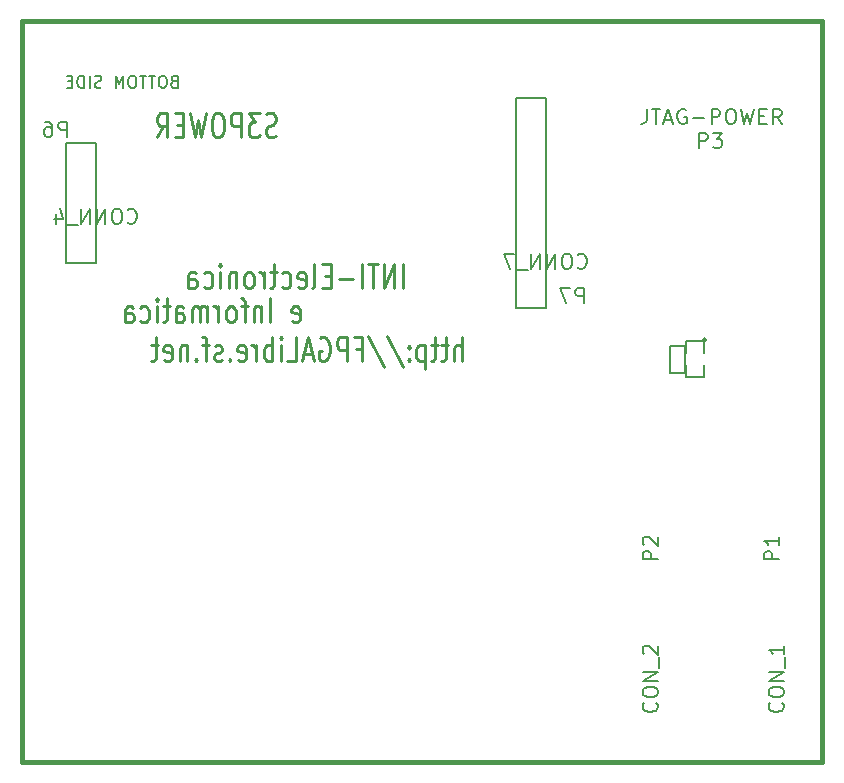
<source format=gbo>
G04 (created by PCBNEW-RS274X (2010-03-14)-final) date jue 03 nov 2011 01:52:56 ART*
G01*
G70*
G90*
%MOIN*%
G04 Gerber Fmt 3.4, Leading zero omitted, Abs format*
%FSLAX34Y34*%
G04 APERTURE LIST*
%ADD10C,0.000100*%
%ADD11C,0.015000*%
%ADD12C,0.010000*%
%ADD13C,0.006600*%
%ADD14C,0.005000*%
%ADD15C,0.008000*%
G04 APERTURE END LIST*
G54D10*
G54D11*
X38950Y-56100D02*
X38950Y-31400D01*
X39000Y-56100D02*
X38950Y-56100D01*
X39200Y-56100D02*
X39000Y-56100D01*
X39450Y-56100D02*
X39200Y-56100D01*
X42700Y-56100D02*
X39450Y-56100D01*
X65600Y-56100D02*
X42700Y-56100D01*
X65600Y-31400D02*
X65600Y-56100D01*
X38950Y-31400D02*
X65600Y-31400D01*
G54D12*
X47942Y-41406D02*
X47999Y-41444D01*
X48113Y-41444D01*
X48170Y-41406D01*
X48199Y-41330D01*
X48199Y-41025D01*
X48170Y-40949D01*
X48113Y-40910D01*
X47999Y-40910D01*
X47942Y-40949D01*
X47913Y-41025D01*
X47913Y-41101D01*
X48199Y-41177D01*
X47199Y-41444D02*
X47199Y-40644D01*
X46913Y-40910D02*
X46913Y-41444D01*
X46913Y-40987D02*
X46885Y-40949D01*
X46827Y-40910D01*
X46742Y-40910D01*
X46685Y-40949D01*
X46656Y-41025D01*
X46656Y-41444D01*
X46456Y-40910D02*
X46227Y-40910D01*
X46370Y-41444D02*
X46370Y-40758D01*
X46342Y-40682D01*
X46284Y-40644D01*
X46227Y-40644D01*
X45941Y-41444D02*
X45999Y-41406D01*
X46027Y-41368D01*
X46056Y-41291D01*
X46056Y-41063D01*
X46027Y-40987D01*
X45999Y-40949D01*
X45941Y-40910D01*
X45856Y-40910D01*
X45799Y-40949D01*
X45770Y-40987D01*
X45741Y-41063D01*
X45741Y-41291D01*
X45770Y-41368D01*
X45799Y-41406D01*
X45856Y-41444D01*
X45941Y-41444D01*
X45484Y-41444D02*
X45484Y-40910D01*
X45484Y-41063D02*
X45456Y-40987D01*
X45427Y-40949D01*
X45370Y-40910D01*
X45313Y-40910D01*
X45113Y-41444D02*
X45113Y-40910D01*
X45113Y-40987D02*
X45085Y-40949D01*
X45027Y-40910D01*
X44942Y-40910D01*
X44885Y-40949D01*
X44856Y-41025D01*
X44856Y-41444D01*
X44856Y-41025D02*
X44827Y-40949D01*
X44770Y-40910D01*
X44685Y-40910D01*
X44627Y-40949D01*
X44599Y-41025D01*
X44599Y-41444D01*
X44056Y-41444D02*
X44056Y-41025D01*
X44085Y-40949D01*
X44142Y-40910D01*
X44256Y-40910D01*
X44313Y-40949D01*
X44056Y-41406D02*
X44113Y-41444D01*
X44256Y-41444D01*
X44313Y-41406D01*
X44342Y-41330D01*
X44342Y-41253D01*
X44313Y-41177D01*
X44256Y-41139D01*
X44113Y-41139D01*
X44056Y-41101D01*
X43856Y-40910D02*
X43627Y-40910D01*
X43770Y-40644D02*
X43770Y-41330D01*
X43742Y-41406D01*
X43684Y-41444D01*
X43627Y-41444D01*
X43427Y-41444D02*
X43427Y-40910D01*
X43427Y-40644D02*
X43456Y-40682D01*
X43427Y-40720D01*
X43399Y-40682D01*
X43427Y-40644D01*
X43427Y-40720D01*
X42884Y-41406D02*
X42941Y-41444D01*
X43055Y-41444D01*
X43113Y-41406D01*
X43141Y-41368D01*
X43170Y-41291D01*
X43170Y-41063D01*
X43141Y-40987D01*
X43113Y-40949D01*
X43055Y-40910D01*
X42941Y-40910D01*
X42884Y-40949D01*
X42370Y-41444D02*
X42370Y-41025D01*
X42399Y-40949D01*
X42456Y-40910D01*
X42570Y-40910D01*
X42627Y-40949D01*
X42370Y-41406D02*
X42427Y-41444D01*
X42570Y-41444D01*
X42627Y-41406D01*
X42656Y-41330D01*
X42656Y-41253D01*
X42627Y-41177D01*
X42570Y-41139D01*
X42427Y-41139D01*
X42370Y-41101D01*
X51631Y-40304D02*
X51631Y-39504D01*
X51345Y-40304D02*
X51345Y-39504D01*
X51002Y-40304D01*
X51002Y-39504D01*
X50802Y-39504D02*
X50459Y-39504D01*
X50630Y-40304D02*
X50630Y-39504D01*
X50259Y-40304D02*
X50259Y-39504D01*
X49973Y-39999D02*
X49516Y-39999D01*
X49230Y-39885D02*
X49030Y-39885D01*
X48944Y-40304D02*
X49230Y-40304D01*
X49230Y-39504D01*
X48944Y-39504D01*
X48601Y-40304D02*
X48659Y-40266D01*
X48687Y-40190D01*
X48687Y-39504D01*
X48145Y-40266D02*
X48202Y-40304D01*
X48316Y-40304D01*
X48373Y-40266D01*
X48402Y-40190D01*
X48402Y-39885D01*
X48373Y-39809D01*
X48316Y-39770D01*
X48202Y-39770D01*
X48145Y-39809D01*
X48116Y-39885D01*
X48116Y-39961D01*
X48402Y-40037D01*
X47602Y-40266D02*
X47659Y-40304D01*
X47773Y-40304D01*
X47831Y-40266D01*
X47859Y-40228D01*
X47888Y-40151D01*
X47888Y-39923D01*
X47859Y-39847D01*
X47831Y-39809D01*
X47773Y-39770D01*
X47659Y-39770D01*
X47602Y-39809D01*
X47431Y-39770D02*
X47202Y-39770D01*
X47345Y-39504D02*
X47345Y-40190D01*
X47317Y-40266D01*
X47259Y-40304D01*
X47202Y-40304D01*
X47002Y-40304D02*
X47002Y-39770D01*
X47002Y-39923D02*
X46974Y-39847D01*
X46945Y-39809D01*
X46888Y-39770D01*
X46831Y-39770D01*
X46545Y-40304D02*
X46603Y-40266D01*
X46631Y-40228D01*
X46660Y-40151D01*
X46660Y-39923D01*
X46631Y-39847D01*
X46603Y-39809D01*
X46545Y-39770D01*
X46460Y-39770D01*
X46403Y-39809D01*
X46374Y-39847D01*
X46345Y-39923D01*
X46345Y-40151D01*
X46374Y-40228D01*
X46403Y-40266D01*
X46460Y-40304D01*
X46545Y-40304D01*
X46088Y-39770D02*
X46088Y-40304D01*
X46088Y-39847D02*
X46060Y-39809D01*
X46002Y-39770D01*
X45917Y-39770D01*
X45860Y-39809D01*
X45831Y-39885D01*
X45831Y-40304D01*
X45545Y-40304D02*
X45545Y-39770D01*
X45545Y-39504D02*
X45574Y-39542D01*
X45545Y-39580D01*
X45517Y-39542D01*
X45545Y-39504D01*
X45545Y-39580D01*
X45002Y-40266D02*
X45059Y-40304D01*
X45173Y-40304D01*
X45231Y-40266D01*
X45259Y-40228D01*
X45288Y-40151D01*
X45288Y-39923D01*
X45259Y-39847D01*
X45231Y-39809D01*
X45173Y-39770D01*
X45059Y-39770D01*
X45002Y-39809D01*
X44488Y-40304D02*
X44488Y-39885D01*
X44517Y-39809D01*
X44574Y-39770D01*
X44688Y-39770D01*
X44745Y-39809D01*
X44488Y-40266D02*
X44545Y-40304D01*
X44688Y-40304D01*
X44745Y-40266D01*
X44774Y-40190D01*
X44774Y-40113D01*
X44745Y-40037D01*
X44688Y-39999D01*
X44545Y-39999D01*
X44488Y-39961D01*
X53599Y-42734D02*
X53599Y-41934D01*
X53342Y-42734D02*
X53342Y-42315D01*
X53371Y-42239D01*
X53428Y-42200D01*
X53513Y-42200D01*
X53571Y-42239D01*
X53599Y-42277D01*
X53142Y-42200D02*
X52913Y-42200D01*
X53056Y-41934D02*
X53056Y-42620D01*
X53028Y-42696D01*
X52970Y-42734D01*
X52913Y-42734D01*
X52799Y-42200D02*
X52570Y-42200D01*
X52713Y-41934D02*
X52713Y-42620D01*
X52685Y-42696D01*
X52627Y-42734D01*
X52570Y-42734D01*
X52370Y-42200D02*
X52370Y-43000D01*
X52370Y-42239D02*
X52313Y-42200D01*
X52199Y-42200D01*
X52142Y-42239D01*
X52113Y-42277D01*
X52084Y-42353D01*
X52084Y-42581D01*
X52113Y-42658D01*
X52142Y-42696D01*
X52199Y-42734D01*
X52313Y-42734D01*
X52370Y-42696D01*
X51827Y-42658D02*
X51799Y-42696D01*
X51827Y-42734D01*
X51856Y-42696D01*
X51827Y-42658D01*
X51827Y-42734D01*
X51827Y-42239D02*
X51799Y-42277D01*
X51827Y-42315D01*
X51856Y-42277D01*
X51827Y-42239D01*
X51827Y-42315D01*
X51113Y-41896D02*
X51627Y-42924D01*
X50484Y-41896D02*
X50998Y-42924D01*
X50083Y-42315D02*
X50283Y-42315D01*
X50283Y-42734D02*
X50283Y-41934D01*
X49997Y-41934D01*
X49769Y-42734D02*
X49769Y-41934D01*
X49541Y-41934D01*
X49483Y-41972D01*
X49455Y-42010D01*
X49426Y-42086D01*
X49426Y-42200D01*
X49455Y-42277D01*
X49483Y-42315D01*
X49541Y-42353D01*
X49769Y-42353D01*
X48855Y-41972D02*
X48912Y-41934D01*
X48998Y-41934D01*
X49083Y-41972D01*
X49141Y-42048D01*
X49169Y-42124D01*
X49198Y-42277D01*
X49198Y-42391D01*
X49169Y-42543D01*
X49141Y-42620D01*
X49083Y-42696D01*
X48998Y-42734D01*
X48941Y-42734D01*
X48855Y-42696D01*
X48826Y-42658D01*
X48826Y-42391D01*
X48941Y-42391D01*
X48598Y-42505D02*
X48312Y-42505D01*
X48655Y-42734D02*
X48455Y-41934D01*
X48255Y-42734D01*
X47769Y-42734D02*
X48055Y-42734D01*
X48055Y-41934D01*
X47569Y-42734D02*
X47569Y-42200D01*
X47569Y-41934D02*
X47598Y-41972D01*
X47569Y-42010D01*
X47541Y-41972D01*
X47569Y-41934D01*
X47569Y-42010D01*
X47283Y-42734D02*
X47283Y-41934D01*
X47283Y-42239D02*
X47226Y-42200D01*
X47112Y-42200D01*
X47055Y-42239D01*
X47026Y-42277D01*
X46997Y-42353D01*
X46997Y-42581D01*
X47026Y-42658D01*
X47055Y-42696D01*
X47112Y-42734D01*
X47226Y-42734D01*
X47283Y-42696D01*
X46740Y-42734D02*
X46740Y-42200D01*
X46740Y-42353D02*
X46712Y-42277D01*
X46683Y-42239D01*
X46626Y-42200D01*
X46569Y-42200D01*
X46141Y-42696D02*
X46198Y-42734D01*
X46312Y-42734D01*
X46369Y-42696D01*
X46398Y-42620D01*
X46398Y-42315D01*
X46369Y-42239D01*
X46312Y-42200D01*
X46198Y-42200D01*
X46141Y-42239D01*
X46112Y-42315D01*
X46112Y-42391D01*
X46398Y-42467D01*
X45855Y-42658D02*
X45827Y-42696D01*
X45855Y-42734D01*
X45884Y-42696D01*
X45855Y-42658D01*
X45855Y-42734D01*
X45598Y-42696D02*
X45541Y-42734D01*
X45426Y-42734D01*
X45369Y-42696D01*
X45341Y-42620D01*
X45341Y-42581D01*
X45369Y-42505D01*
X45426Y-42467D01*
X45512Y-42467D01*
X45569Y-42429D01*
X45598Y-42353D01*
X45598Y-42315D01*
X45569Y-42239D01*
X45512Y-42200D01*
X45426Y-42200D01*
X45369Y-42239D01*
X45169Y-42200D02*
X44940Y-42200D01*
X45083Y-42734D02*
X45083Y-42048D01*
X45055Y-41972D01*
X44997Y-41934D01*
X44940Y-41934D01*
X44740Y-42658D02*
X44712Y-42696D01*
X44740Y-42734D01*
X44769Y-42696D01*
X44740Y-42658D01*
X44740Y-42734D01*
X44454Y-42200D02*
X44454Y-42734D01*
X44454Y-42277D02*
X44426Y-42239D01*
X44368Y-42200D01*
X44283Y-42200D01*
X44226Y-42239D01*
X44197Y-42315D01*
X44197Y-42734D01*
X43683Y-42696D02*
X43740Y-42734D01*
X43854Y-42734D01*
X43911Y-42696D01*
X43940Y-42620D01*
X43940Y-42315D01*
X43911Y-42239D01*
X43854Y-42200D01*
X43740Y-42200D01*
X43683Y-42239D01*
X43654Y-42315D01*
X43654Y-42391D01*
X43940Y-42467D01*
X43483Y-42200D02*
X43254Y-42200D01*
X43397Y-41934D02*
X43397Y-42620D01*
X43369Y-42696D01*
X43311Y-42734D01*
X43254Y-42734D01*
X47406Y-35236D02*
X47320Y-35274D01*
X47177Y-35274D01*
X47120Y-35236D01*
X47091Y-35198D01*
X47063Y-35121D01*
X47063Y-35045D01*
X47091Y-34969D01*
X47120Y-34931D01*
X47177Y-34893D01*
X47291Y-34855D01*
X47349Y-34817D01*
X47377Y-34779D01*
X47406Y-34702D01*
X47406Y-34626D01*
X47377Y-34550D01*
X47349Y-34512D01*
X47291Y-34474D01*
X47149Y-34474D01*
X47063Y-34512D01*
X46863Y-34474D02*
X46492Y-34474D01*
X46692Y-34779D01*
X46606Y-34779D01*
X46549Y-34817D01*
X46520Y-34855D01*
X46492Y-34931D01*
X46492Y-35121D01*
X46520Y-35198D01*
X46549Y-35236D01*
X46606Y-35274D01*
X46778Y-35274D01*
X46835Y-35236D01*
X46863Y-35198D01*
X46235Y-35274D02*
X46235Y-34474D01*
X46007Y-34474D01*
X45949Y-34512D01*
X45921Y-34550D01*
X45892Y-34626D01*
X45892Y-34740D01*
X45921Y-34817D01*
X45949Y-34855D01*
X46007Y-34893D01*
X46235Y-34893D01*
X45521Y-34474D02*
X45407Y-34474D01*
X45349Y-34512D01*
X45292Y-34588D01*
X45264Y-34740D01*
X45264Y-35007D01*
X45292Y-35160D01*
X45349Y-35236D01*
X45407Y-35274D01*
X45521Y-35274D01*
X45578Y-35236D01*
X45635Y-35160D01*
X45664Y-35007D01*
X45664Y-34740D01*
X45635Y-34588D01*
X45578Y-34512D01*
X45521Y-34474D01*
X45063Y-34474D02*
X44920Y-35274D01*
X44806Y-34702D01*
X44692Y-35274D01*
X44549Y-34474D01*
X44320Y-34855D02*
X44120Y-34855D01*
X44034Y-35274D02*
X44320Y-35274D01*
X44320Y-34474D01*
X44034Y-34474D01*
X43434Y-35274D02*
X43634Y-34893D01*
X43777Y-35274D02*
X43777Y-34474D01*
X43549Y-34474D01*
X43491Y-34512D01*
X43463Y-34550D01*
X43434Y-34626D01*
X43434Y-34740D01*
X43463Y-34817D01*
X43491Y-34855D01*
X43549Y-34893D01*
X43777Y-34893D01*
G54D13*
X44006Y-33413D02*
X43950Y-33432D01*
X43931Y-33451D01*
X43912Y-33488D01*
X43912Y-33544D01*
X43931Y-33582D01*
X43950Y-33601D01*
X43987Y-33619D01*
X44137Y-33619D01*
X44137Y-33225D01*
X44006Y-33225D01*
X43968Y-33244D01*
X43950Y-33263D01*
X43931Y-33301D01*
X43931Y-33338D01*
X43950Y-33376D01*
X43968Y-33394D01*
X44006Y-33413D01*
X44137Y-33413D01*
X43668Y-33225D02*
X43593Y-33225D01*
X43556Y-33244D01*
X43518Y-33282D01*
X43499Y-33357D01*
X43499Y-33488D01*
X43518Y-33563D01*
X43556Y-33601D01*
X43593Y-33619D01*
X43668Y-33619D01*
X43706Y-33601D01*
X43743Y-33563D01*
X43762Y-33488D01*
X43762Y-33357D01*
X43743Y-33282D01*
X43706Y-33244D01*
X43668Y-33225D01*
X43386Y-33225D02*
X43161Y-33225D01*
X43274Y-33619D02*
X43274Y-33225D01*
X43086Y-33225D02*
X42861Y-33225D01*
X42974Y-33619D02*
X42974Y-33225D01*
X42655Y-33225D02*
X42580Y-33225D01*
X42543Y-33244D01*
X42505Y-33282D01*
X42486Y-33357D01*
X42486Y-33488D01*
X42505Y-33563D01*
X42543Y-33601D01*
X42580Y-33619D01*
X42655Y-33619D01*
X42693Y-33601D01*
X42730Y-33563D01*
X42749Y-33488D01*
X42749Y-33357D01*
X42730Y-33282D01*
X42693Y-33244D01*
X42655Y-33225D01*
X42317Y-33619D02*
X42317Y-33225D01*
X42186Y-33507D01*
X42055Y-33225D01*
X42055Y-33619D01*
X41586Y-33601D02*
X41530Y-33619D01*
X41436Y-33619D01*
X41398Y-33601D01*
X41380Y-33582D01*
X41361Y-33544D01*
X41361Y-33507D01*
X41380Y-33469D01*
X41398Y-33451D01*
X41436Y-33432D01*
X41511Y-33413D01*
X41548Y-33394D01*
X41567Y-33376D01*
X41586Y-33338D01*
X41586Y-33301D01*
X41567Y-33263D01*
X41548Y-33244D01*
X41511Y-33225D01*
X41417Y-33225D01*
X41361Y-33244D01*
X41192Y-33619D02*
X41192Y-33225D01*
X41004Y-33619D02*
X41004Y-33225D01*
X40910Y-33225D01*
X40854Y-33244D01*
X40817Y-33282D01*
X40798Y-33319D01*
X40779Y-33394D01*
X40779Y-33451D01*
X40798Y-33526D01*
X40817Y-33563D01*
X40854Y-33601D01*
X40910Y-33619D01*
X41004Y-33619D01*
X40610Y-33413D02*
X40479Y-33413D01*
X40423Y-33619D02*
X40610Y-33619D01*
X40610Y-33225D01*
X40423Y-33225D01*
G54D14*
X61725Y-42025D02*
X61724Y-42034D01*
X61721Y-42044D01*
X61716Y-42052D01*
X61710Y-42060D01*
X61702Y-42066D01*
X61694Y-42071D01*
X61685Y-42073D01*
X61675Y-42074D01*
X61666Y-42074D01*
X61657Y-42071D01*
X61648Y-42066D01*
X61641Y-42060D01*
X61634Y-42053D01*
X61630Y-42044D01*
X61627Y-42035D01*
X61626Y-42025D01*
X61626Y-42016D01*
X61629Y-42007D01*
X61633Y-41998D01*
X61640Y-41991D01*
X61647Y-41984D01*
X61655Y-41980D01*
X61665Y-41977D01*
X61674Y-41976D01*
X61683Y-41976D01*
X61693Y-41979D01*
X61701Y-41983D01*
X61709Y-41989D01*
X61715Y-41997D01*
X61720Y-42005D01*
X61723Y-42014D01*
X61724Y-42024D01*
X61725Y-42025D01*
X61675Y-42475D02*
X61675Y-42075D01*
X61675Y-42075D02*
X61075Y-42075D01*
X61075Y-42075D02*
X61075Y-42475D01*
X61075Y-42875D02*
X61075Y-43275D01*
X61075Y-43275D02*
X61675Y-43275D01*
X61675Y-43275D02*
X61675Y-42875D01*
X60525Y-42225D02*
X60525Y-43125D01*
X60525Y-43125D02*
X61025Y-43125D01*
X61025Y-43125D02*
X61025Y-42225D01*
X61025Y-42225D02*
X60525Y-42225D01*
X55400Y-40950D02*
X56400Y-40950D01*
X56400Y-40950D02*
X56400Y-33950D01*
X56400Y-33950D02*
X55400Y-33950D01*
X55400Y-33950D02*
X55400Y-40950D01*
X40400Y-39450D02*
X41400Y-39450D01*
X41400Y-39450D02*
X41400Y-35450D01*
X41400Y-35450D02*
X40400Y-35450D01*
X40400Y-35450D02*
X40400Y-39450D01*
X64177Y-49344D02*
X63677Y-49344D01*
X63677Y-49153D01*
X63701Y-49106D01*
X63725Y-49082D01*
X63773Y-49058D01*
X63844Y-49058D01*
X63892Y-49082D01*
X63915Y-49106D01*
X63939Y-49153D01*
X63939Y-49344D01*
X64177Y-48582D02*
X64177Y-48868D01*
X64177Y-48725D02*
X63677Y-48725D01*
X63749Y-48773D01*
X63796Y-48820D01*
X63820Y-48868D01*
X64280Y-54122D02*
X64304Y-54146D01*
X64327Y-54217D01*
X64327Y-54265D01*
X64304Y-54337D01*
X64256Y-54384D01*
X64208Y-54408D01*
X64113Y-54432D01*
X64042Y-54432D01*
X63946Y-54408D01*
X63899Y-54384D01*
X63851Y-54337D01*
X63827Y-54265D01*
X63827Y-54217D01*
X63851Y-54146D01*
X63875Y-54122D01*
X63827Y-53813D02*
X63827Y-53717D01*
X63851Y-53670D01*
X63899Y-53622D01*
X63994Y-53598D01*
X64161Y-53598D01*
X64256Y-53622D01*
X64304Y-53670D01*
X64327Y-53717D01*
X64327Y-53813D01*
X64304Y-53860D01*
X64256Y-53908D01*
X64161Y-53932D01*
X63994Y-53932D01*
X63899Y-53908D01*
X63851Y-53860D01*
X63827Y-53813D01*
X64327Y-53384D02*
X63827Y-53384D01*
X64327Y-53098D01*
X63827Y-53098D01*
X64375Y-52979D02*
X64375Y-52598D01*
X64327Y-52217D02*
X64327Y-52503D01*
X64327Y-52360D02*
X63827Y-52360D01*
X63899Y-52408D01*
X63946Y-52455D01*
X63970Y-52503D01*
X60127Y-49344D02*
X59627Y-49344D01*
X59627Y-49153D01*
X59651Y-49106D01*
X59675Y-49082D01*
X59723Y-49058D01*
X59794Y-49058D01*
X59842Y-49082D01*
X59865Y-49106D01*
X59889Y-49153D01*
X59889Y-49344D01*
X59675Y-48868D02*
X59651Y-48844D01*
X59627Y-48796D01*
X59627Y-48677D01*
X59651Y-48630D01*
X59675Y-48606D01*
X59723Y-48582D01*
X59770Y-48582D01*
X59842Y-48606D01*
X60127Y-48892D01*
X60127Y-48582D01*
X60080Y-54122D02*
X60104Y-54146D01*
X60127Y-54217D01*
X60127Y-54265D01*
X60104Y-54337D01*
X60056Y-54384D01*
X60008Y-54408D01*
X59913Y-54432D01*
X59842Y-54432D01*
X59746Y-54408D01*
X59699Y-54384D01*
X59651Y-54337D01*
X59627Y-54265D01*
X59627Y-54217D01*
X59651Y-54146D01*
X59675Y-54122D01*
X59627Y-53813D02*
X59627Y-53717D01*
X59651Y-53670D01*
X59699Y-53622D01*
X59794Y-53598D01*
X59961Y-53598D01*
X60056Y-53622D01*
X60104Y-53670D01*
X60127Y-53717D01*
X60127Y-53813D01*
X60104Y-53860D01*
X60056Y-53908D01*
X59961Y-53932D01*
X59794Y-53932D01*
X59699Y-53908D01*
X59651Y-53860D01*
X59627Y-53813D01*
X60127Y-53384D02*
X59627Y-53384D01*
X60127Y-53098D01*
X59627Y-53098D01*
X60175Y-52979D02*
X60175Y-52598D01*
X59675Y-52503D02*
X59651Y-52479D01*
X59627Y-52431D01*
X59627Y-52312D01*
X59651Y-52265D01*
X59675Y-52241D01*
X59723Y-52217D01*
X59770Y-52217D01*
X59842Y-52241D01*
X60127Y-52527D01*
X60127Y-52217D01*
X61506Y-35627D02*
X61506Y-35127D01*
X61697Y-35127D01*
X61744Y-35151D01*
X61768Y-35175D01*
X61792Y-35223D01*
X61792Y-35294D01*
X61768Y-35342D01*
X61744Y-35365D01*
X61697Y-35389D01*
X61506Y-35389D01*
X61958Y-35127D02*
X62268Y-35127D01*
X62101Y-35318D01*
X62173Y-35318D01*
X62220Y-35342D01*
X62244Y-35365D01*
X62268Y-35413D01*
X62268Y-35532D01*
X62244Y-35580D01*
X62220Y-35604D01*
X62173Y-35627D01*
X62030Y-35627D01*
X61982Y-35604D01*
X61958Y-35580D01*
X59759Y-34327D02*
X59759Y-34685D01*
X59735Y-34756D01*
X59687Y-34804D01*
X59616Y-34827D01*
X59568Y-34827D01*
X59926Y-34327D02*
X60211Y-34327D01*
X60068Y-34827D02*
X60068Y-34327D01*
X60354Y-34685D02*
X60592Y-34685D01*
X60307Y-34827D02*
X60473Y-34327D01*
X60640Y-34827D01*
X61069Y-34351D02*
X61021Y-34327D01*
X60950Y-34327D01*
X60878Y-34351D01*
X60831Y-34399D01*
X60807Y-34446D01*
X60783Y-34542D01*
X60783Y-34613D01*
X60807Y-34708D01*
X60831Y-34756D01*
X60878Y-34804D01*
X60950Y-34827D01*
X60998Y-34827D01*
X61069Y-34804D01*
X61093Y-34780D01*
X61093Y-34613D01*
X60998Y-34613D01*
X61307Y-34637D02*
X61688Y-34637D01*
X61926Y-34827D02*
X61926Y-34327D01*
X62117Y-34327D01*
X62164Y-34351D01*
X62188Y-34375D01*
X62212Y-34423D01*
X62212Y-34494D01*
X62188Y-34542D01*
X62164Y-34565D01*
X62117Y-34589D01*
X61926Y-34589D01*
X62521Y-34327D02*
X62617Y-34327D01*
X62664Y-34351D01*
X62712Y-34399D01*
X62736Y-34494D01*
X62736Y-34661D01*
X62712Y-34756D01*
X62664Y-34804D01*
X62617Y-34827D01*
X62521Y-34827D01*
X62474Y-34804D01*
X62426Y-34756D01*
X62402Y-34661D01*
X62402Y-34494D01*
X62426Y-34399D01*
X62474Y-34351D01*
X62521Y-34327D01*
X62902Y-34327D02*
X63021Y-34827D01*
X63117Y-34470D01*
X63212Y-34827D01*
X63331Y-34327D01*
X63521Y-34565D02*
X63688Y-34565D01*
X63759Y-34827D02*
X63521Y-34827D01*
X63521Y-34327D01*
X63759Y-34327D01*
X64259Y-34827D02*
X64092Y-34589D01*
X63973Y-34827D02*
X63973Y-34327D01*
X64164Y-34327D01*
X64211Y-34351D01*
X64235Y-34375D01*
X64259Y-34423D01*
X64259Y-34494D01*
X64235Y-34542D01*
X64211Y-34565D01*
X64164Y-34589D01*
X63973Y-34589D01*
G54D15*
X57659Y-40802D02*
X57659Y-40302D01*
X57468Y-40302D01*
X57421Y-40326D01*
X57397Y-40350D01*
X57373Y-40398D01*
X57373Y-40469D01*
X57397Y-40517D01*
X57421Y-40540D01*
X57468Y-40564D01*
X57659Y-40564D01*
X57207Y-40302D02*
X56873Y-40302D01*
X57088Y-40802D01*
X57459Y-39605D02*
X57483Y-39629D01*
X57554Y-39652D01*
X57602Y-39652D01*
X57674Y-39629D01*
X57721Y-39581D01*
X57745Y-39533D01*
X57769Y-39438D01*
X57769Y-39367D01*
X57745Y-39271D01*
X57721Y-39224D01*
X57674Y-39176D01*
X57602Y-39152D01*
X57554Y-39152D01*
X57483Y-39176D01*
X57459Y-39200D01*
X57150Y-39152D02*
X57054Y-39152D01*
X57007Y-39176D01*
X56959Y-39224D01*
X56935Y-39319D01*
X56935Y-39486D01*
X56959Y-39581D01*
X57007Y-39629D01*
X57054Y-39652D01*
X57150Y-39652D01*
X57197Y-39629D01*
X57245Y-39581D01*
X57269Y-39486D01*
X57269Y-39319D01*
X57245Y-39224D01*
X57197Y-39176D01*
X57150Y-39152D01*
X56721Y-39652D02*
X56721Y-39152D01*
X56435Y-39652D01*
X56435Y-39152D01*
X56197Y-39652D02*
X56197Y-39152D01*
X55911Y-39652D01*
X55911Y-39152D01*
X55792Y-39700D02*
X55411Y-39700D01*
X55340Y-39152D02*
X55006Y-39152D01*
X55221Y-39652D01*
X40429Y-35252D02*
X40429Y-34752D01*
X40238Y-34752D01*
X40191Y-34776D01*
X40167Y-34800D01*
X40143Y-34848D01*
X40143Y-34919D01*
X40167Y-34967D01*
X40191Y-34990D01*
X40238Y-35014D01*
X40429Y-35014D01*
X39715Y-34752D02*
X39810Y-34752D01*
X39858Y-34776D01*
X39881Y-34800D01*
X39929Y-34871D01*
X39953Y-34967D01*
X39953Y-35157D01*
X39929Y-35205D01*
X39905Y-35229D01*
X39858Y-35252D01*
X39762Y-35252D01*
X39715Y-35229D01*
X39691Y-35205D01*
X39667Y-35157D01*
X39667Y-35038D01*
X39691Y-34990D01*
X39715Y-34967D01*
X39762Y-34943D01*
X39858Y-34943D01*
X39905Y-34967D01*
X39929Y-34990D01*
X39953Y-35038D01*
X42459Y-38105D02*
X42483Y-38129D01*
X42554Y-38152D01*
X42602Y-38152D01*
X42674Y-38129D01*
X42721Y-38081D01*
X42745Y-38033D01*
X42769Y-37938D01*
X42769Y-37867D01*
X42745Y-37771D01*
X42721Y-37724D01*
X42674Y-37676D01*
X42602Y-37652D01*
X42554Y-37652D01*
X42483Y-37676D01*
X42459Y-37700D01*
X42150Y-37652D02*
X42054Y-37652D01*
X42007Y-37676D01*
X41959Y-37724D01*
X41935Y-37819D01*
X41935Y-37986D01*
X41959Y-38081D01*
X42007Y-38129D01*
X42054Y-38152D01*
X42150Y-38152D01*
X42197Y-38129D01*
X42245Y-38081D01*
X42269Y-37986D01*
X42269Y-37819D01*
X42245Y-37724D01*
X42197Y-37676D01*
X42150Y-37652D01*
X41721Y-38152D02*
X41721Y-37652D01*
X41435Y-38152D01*
X41435Y-37652D01*
X41197Y-38152D02*
X41197Y-37652D01*
X40911Y-38152D01*
X40911Y-37652D01*
X40792Y-38200D02*
X40411Y-38200D01*
X40078Y-37819D02*
X40078Y-38152D01*
X40197Y-37629D02*
X40316Y-37986D01*
X40006Y-37986D01*
M02*

</source>
